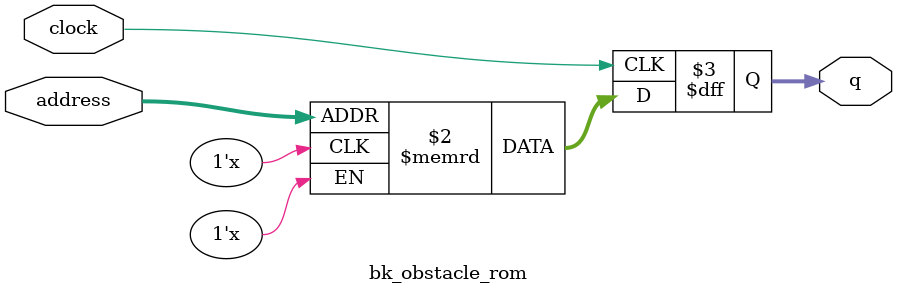
<source format=sv>
module bk_obstacle_rom (
	input logic clock,
	input logic [16:0] address,
	output logic [1:0] q
);

logic [1:0] memory [0:81599] /* synthesis ram_init_file = "./bk_obstacle/bk_obstacle.mif" */;

always_ff @ (posedge clock) begin
	q <= memory[address];
end

endmodule

</source>
